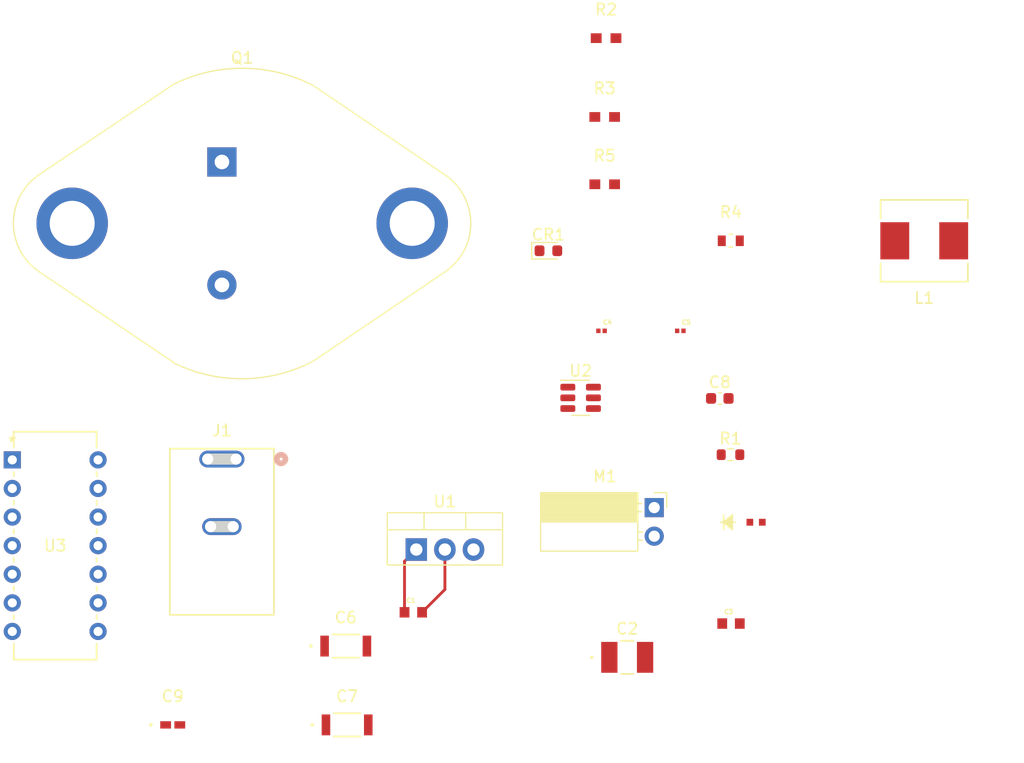
<source format=kicad_pcb>
(kicad_pcb (version 20221018) (generator pcbnew)
  (layers (0 "F.Cu" signal) (31 "B.Cu" signal) (34 "B.Paste" user) (35 "F.Paste" user) (36 "B.SilkS" user "B.Silkscreen") (37 "F.SilkS" user "F.Silkscreen") (38 "B.Mask" user) (39 "F.Mask" user) (44 "Edge.Cuts" user))
  (net 0 "")
  (net 1 "+24V")
  (net 2 "GND")
  (net 3 "+12V")
  (net 4 "Net-(U2-SW)")
  (net 5 "Net-(U2-BOOT)")
  (net 6 "/+V")
  (net 7 "Net-(C8-Pad2)")
  (net 8 "/comp")
  (net 9 "Net-(C9-Pad2)")
  (net 10 "Net-(LED1-Pad2)")
  (net 11 "/V_out")
  (net 12 "/I_Lim")
  (net 13 "Net-(U2-EN)")
  (net 14 "Net-(R4-Pad1)")
  (net 15 "Net-(R5-Pad2)")
  (net 17 "/I_sen")
  (net 18 "/NInverting")
  (footprint "Library:CAP_3216_TDK" (layer "F.Cu") (at 140.1204 126)
    (fp_text reference "C7" (at 0 -2.54 unlocked) (layer "F.SilkS"))
    (fp_text value "C3216X5R1V226M160AC")
    (fp_line (start -1.181751 1.0287) (end 1.181751 1.0287) (stroke (width 0.1524)) (layer "F.SilkS"))
    (fp_line (start 1.181751 -1.0287) (end -1.181751 -1.0287) (stroke (width 0.1524)) (layer "F.SilkS"))
    (fp_circle (center -3.0988 0) (end -3.0226 0) (stroke (width 0.1524)) (fill none) (layer "F.SilkS"))
    (pad "1" smd rect (at -1.8796 0) (size 0.762 1.8542) (layers "F.Cu" "F.Paste" "F.Mask") (net 2 "GND"))
    (pad "2" smd rect (at 1.8796 0) (size 0.762 1.8542) (layers "F.Cu" "F.Paste" "F.Mask") (net 6 "/+V"))
  )
  (footprint "Package_TO_SOT_THT:TO-3" (layer "F.Cu") (at 129 76)
    (fp_text reference "Q1" (at 1.8 -9.25) (layer "F.SilkS"))
    (fp_text value "2N3055")
    (fp_line (start -4.3 -6.9) (end -16.2 1.1) (stroke (width 0.12)) (layer "F.SilkS"))
    (fp_line (start -4.3 17.8) (end -16.3 9.7) (stroke (width 0.12)) (layer "F.SilkS"))
    (fp_line (start 8.1 -6.8) (end 19.9 1.2) (stroke (width 0.12)) (layer "F.SilkS"))
    (fp_line (start 8.1 17.7) (end 19.9 9.7) (stroke (width 0.12)) (layer "F.SilkS"))
    (fp_arc (start -16.3 9.7) (mid -18.519226 5.373614) (end -16.2 1.1) (stroke (width 0.12)) (layer "F.SilkS"))
    (fp_arc (start -4.3 -6.9) (mid 1.911888 -8.324079) (end 8.1 -6.8) (stroke (width 0.12)) (layer "F.SilkS"))
    (fp_arc (start 8.1 17.7) (mid 1.902495 19.252998) (end -4.325 17.825) (stroke (width 0.12)) (layer "F.SilkS"))
    (fp_arc (start 19.9 1.2) (mid 22.102159 5.45) (end 19.9 9.7) (stroke (width 0.12)) (layer "F.SilkS"))
    (pad "1" thru_hole rect (at 0 0) (size 2.6 2.6) (drill 1.3) (layers "*.Cu" "*.Mask") (net 11 "/V_out"))
    (pad "2" thru_hole circle (at 0 10.92) (size 2.6 2.6) (drill 1.3) (layers "*.Cu" "*.Mask") (net 12 "/I_Lim"))
    (pad "3" thru_hole circle (at -13.3 5.45) (size 6.35 6.35) (drill 4) (layers "*.Cu" "*.Mask") (net 6 "/+V"))
    (pad "3" thru_hole circle (at 16.9 5.45) (size 6.35 6.35) (drill 4) (layers "*.Cu" "*.Mask") (net 6 "/+V"))
  )
  (footprint "Package_TO_SOT_THT:TO-220-3_Vertical" (layer "F.Cu") (at 146.2662 110.4254)
    (fp_text reference "U1" (at 2.54 -4.27) (layer "F.SilkS"))
    (fp_text value "LM7812_TO220")
    (fp_line (start -2.58 -3.27) (end -2.58 1.371) (stroke (width 0.12)) (layer "F.SilkS"))
    (fp_line (start -2.58 -3.27) (end 7.66 -3.27) (stroke (width 0.12)) (layer "F.SilkS"))
    (fp_line (start -2.58 -1.76) (end 7.66 -1.76) (stroke (width 0.12)) (layer "F.SilkS"))
    (fp_line (start -2.58 1.371) (end 7.66 1.371) (stroke (width 0.12)) (layer "F.SilkS"))
    (fp_line (start 0.69 -3.27) (end 0.69 -1.76) (stroke (width 0.12)) (layer "F.SilkS"))
    (fp_line (start 4.391 -3.27) (end 4.391 -1.76) (stroke (width 0.12)) (layer "F.SilkS"))
    (fp_line (start 7.66 -3.27) (end 7.66 1.371) (stroke (width 0.12)) (layer "F.SilkS"))
    (pad "1" thru_hole rect (at 0 0) (size 1.905 2) (drill 1.1) (layers "*.Cu" "*.Mask") (net 1 "+24V"))
    (pad "2" thru_hole oval (at 2.54 0) (size 1.905 2) (drill 1.1) (layers "*.Cu" "*.Mask") (net 2 "GND"))
    (pad "3" thru_hole oval (at 5.08 0) (size 1.905 2) (drill 1.1) (layers "*.Cu" "*.Mask") (net 3 "+12V"))
  )
  (footprint "Library:CAP_CL10_SAM" (layer "F.Cu") (at 174.22 117)
    (fp_text reference "C3" (at -0.21 -1.05) (layer "F.SilkS") (effects (font (size 0.393701 0.393701))))
    (fp_text value "CL10A105KL8NNNC")
    (pad "1" smd rect (at -0.78 0) (size 0.87 0.93) (layers "F.Cu" "F.Paste" "F.Mask") (net 2 "GND"))
    (pad "2" smd rect (at 0.78 0) (size 0.87 0.93) (layers "F.Cu" "F.Paste" "F.Mask") (net 3 "+12V"))
  )
  (footprint "Library:CAP_CL10_SAM" (layer "F.Cu") (at 146 116)
    (fp_text reference "C1" (at -0.21 -1.05) (layer "F.SilkS") (effects (font (size 0.393701 0.393701))))
    (fp_text value "CL10A105KL8NNNC")
    (pad "1" smd rect (at -0.78 0) (size 0.87 0.93) (layers "F.Cu" "F.Paste" "F.Mask") (net 1 "+24V"))
    (pad "2" smd rect (at 0.78 0) (size 0.87 0.93) (layers "F.Cu" "F.Paste" "F.Mask") (net 2 "GND"))
  )
  (footprint "Library:CAP_GRM_P6XP3_MUR" (layer "F.Cu") (at 162.719 91)
    (fp_text reference "C4" (at 0.53 -0.76) (layer "F.SilkS") (effects (font (size 0.393701 0.393701))))
    (fp_text value "GRM033R6YA104KE14D")
    (pad "1" smd rect (at -0.281 0) (size 0.38 0.4) (layers "F.Cu" "F.Paste" "F.Mask") (net 2 "GND"))
    (pad "2" smd rect (at 0.281 0) (size 0.38 0.4) (layers "F.Cu" "F.Paste" "F.Mask") (net 1 "+24V"))
  )
  (footprint "Library:CAP_CL32A_SAM" (layer "F.Cu") (at 165 120)
    (fp_text reference "C2" (at 0 -2.54 unlocked) (layer "F.SilkS"))
    (fp_text value "CL32A106KLULNNE")
    (fp_line (start -0.546751 1.4732) (end 0.546751 1.4732) (stroke (width 0.1524)) (layer "F.SilkS"))
    (fp_line (start 0.546751 -1.4732) (end -0.546751 -1.4732) (stroke (width 0.1524)) (layer "F.SilkS"))
    (fp_circle (center -3.1496 0) (end -3.0734 0) (stroke (width 0.1524)) (fill none) (layer "F.SilkS"))
    (pad "1" smd rect (at -1.5875 0) (size 1.4478 2.7432) (layers "F.Cu" "F.Paste" "F.Mask") (net 2 "GND"))
    (pad "2" smd rect (at 1.5875 0) (size 1.4478 2.7432) (layers "F.Cu" "F.Paste" "F.Mask") (net 1 "+24V"))
  )
  (footprint "Library:DIP-14_STM" (layer "F.Cu") (at 110.38 102.46)
    (fp_text reference "U3" (at 3.81 7.62 unlocked) (layer "F.SilkS"))
    (fp_text value "LM723CN")
    (fp_text user "*" (at 0 -1.524 unlocked) (layer "F.SilkS"))
    (fp_text user "*" (at 0 -1.524) (layer "F.SilkS"))
    (fp_line (start 0.127 -2.5019) (end 0.127 -1.09474) (stroke (width 0.1524)) (layer "F.SilkS"))
    (fp_line (start 0.127 1.09474) (end 0.127 1.452652) (stroke (width 0.1524)) (layer "F.SilkS"))
    (fp_line (start 0.127 3.627348) (end 0.127 3.992652) (stroke (width 0.1524)) (layer "F.SilkS"))
    (fp_line (start 0.127 6.167348) (end 0.127 6.532652) (stroke (width 0.1524)) (layer "F.SilkS"))
    (fp_line (start 0.127 8.707348) (end 0.127 9.072652) (stroke (width 0.1524)) (layer "F.SilkS"))
    (fp_line (start 0.127 11.247348) (end 0.127 11.612652) (stroke (width 0.1524)) (layer "F.SilkS"))
    (fp_line (start 0.127 13.787348) (end 0.127 14.152652) (stroke (width 0.1524)) (layer "F.SilkS"))
    (fp_line (start 0.127 16.327348) (end 0.127 17.7419) (stroke (width 0.1524)) (layer "F.SilkS"))
    (fp_line (start 0.127 17.7419) (end 7.493 17.7419) (stroke (width 0.1524)) (layer "F.SilkS"))
    (fp_line (start 7.493 -2.5019) (end 0.127 -2.5019) (stroke (width 0.1524)) (layer "F.SilkS"))
    (fp_line (start 7.493 -1.087348) (end 7.493 -2.5019) (stroke (width 0.1524)) (layer "F.SilkS"))
    (fp_line (start 7.493 1.452652) (end 7.493 1.087348) (stroke (width 0.1524)) (layer "F.SilkS"))
    (fp_line (start 7.493 3.992652) (end 7.493 3.627348) (stroke (width 0.1524)) (layer "F.SilkS"))
    (fp_line (start 7.493 6.532652) (end 7.493 6.167348) (stroke (width 0.1524)) (layer "F.SilkS"))
    (fp_line (start 7.493 9.072652) (end 7.493 8.707348) (stroke (width 0.1524)) (layer "F.SilkS"))
    (fp_line (start 7.493 11.612652) (end 7.493 11.247348) (stroke (width 0.1524)) (layer "F.SilkS"))
    (fp_line (start 7.493 14.152652) (end 7.493 13.787348) (stroke (width 0.1524)) (layer "F.SilkS"))
    (fp_line (start 7.493 17.7419) (end 7.493 16.327348) (stroke (width 0.1524)) (layer "F.SilkS"))
    (pad "1" thru_hole rect (at 0 0) (size 1.524 1.524) (drill 0.8128) (layers "*.Cu" "*.Mask"))
    (pad "2" thru_hole circle (at 0 2.54) (size 1.524 1.524) (drill 0.8128) (layers "*.Cu" "*.Mask") (net 12 "/I_Lim"))
    (pad "3" thru_hole circle (at 0 5.08) (size 1.524 1.524) (drill 0.8128) (layers "*.Cu" "*.Mask") (net 17 "/I_sen"))
    (pad "4" thru_hole circle (at 0 7.62) (size 1.524 1.524) (drill 0.8128) (layers "*.Cu" "*.Mask") (net 2 "GND"))
    (pad "5" thru_hole circle (at 0 10.16) (size 1.524 1.524) (drill 0.8128) (layers "*.Cu" "*.Mask") (net 18 "/NInverting"))
    (pad "6" thru_hole circle (at 0 12.7) (size 1.524 1.524) (drill 0.8128) (layers "*.Cu" "*.Mask") (net 18 "/NInverting"))
    (pad "7" thru_hole circle (at 0 15.24) (size 1.524 1.524) (drill 0.8128) (layers "*.Cu" "*.Mask") (net 2 "GND"))
    (pad "8" thru_hole circle (at 7.62 15.24) (size 1.524 1.524) (drill 0.8128) (layers "*.Cu" "*.Mask"))
    (pad "9" thru_hole circle (at 7.62 12.7) (size 1.524 1.524) (drill 0.8128) (layers "*.Cu" "*.Mask") (net 8 "/comp"))
    (pad "10" thru_hole circle (at 7.62 10.16) (size 1.524 1.524) (drill 0.8128) (layers "*.Cu" "*.Mask") (net 6 "/+V"))
    (pad "11" thru_hole circle (at 7.62 7.62) (size 1.524 1.524) (drill 0.8128) (layers "*.Cu" "*.Mask") (net 6 "/+V"))
    (pad "12" thru_hole circle (at 7.62 5.08) (size 1.524 1.524) (drill 0.8128) (layers "*.Cu" "*.Mask") (net 11 "/V_out"))
    (pad "13" thru_hole circle (at 7.62 2.54) (size 1.524 1.524) (drill 0.8128) (layers "*.Cu" "*.Mask"))
    (pad "14" thru_hole circle (at 7.62 0) (size 1.524 1.524) (drill 0.8128) (layers "*.Cu" "*.Mask"))
  )
  (footprint "Library:IND_AMRU00060630100MA1_CHE" (layer "F.Cu") (at 191.3838 83)
    (fp_text reference "L1" (at 0 5.08 unlocked) (layer "F.SilkS"))
    (fp_text value "AMRU00060630100MA1")
    (fp_line (start -3.8735 -3.6322) (end -3.8735 -1.98374) (stroke (width 0.1524)) (layer "F.SilkS"))
    (fp_line (start -3.8735 1.98374) (end -3.8735 3.6322) (stroke (width 0.1524)) (layer "F.SilkS"))
    (fp_line (start -3.8735 3.6322) (end 3.8735 3.6322) (stroke (width 0.1524)) (layer "F.SilkS"))
    (fp_line (start 3.8735 -3.6322) (end -3.8735 -3.6322) (stroke (width 0.1524)) (layer "F.SilkS"))
    (fp_line (start 3.8735 -1.98374) (end 3.8735 -3.6322) (stroke (width 0.1524)) (layer "F.SilkS"))
    (fp_line (start 3.8735 3.6322) (end 3.8735 1.98374) (stroke (width 0.1524)) (layer "F.SilkS"))
    (pad "1" smd rect (at -2.6162 0 90) (size 3.302 2.5654) (layers "F.Cu" "F.Paste" "F.Mask") (net 6 "/+V"))
    (pad "2" smd rect (at 2.6162 0 90) (size 3.302 2.5654) (layers "F.Cu" "F.Paste" "F.Mask") (net 4 "Net-(U2-SW)"))
  )
  (footprint "Library:CAP_04025C101JAT2A" (layer "F.Cu") (at 124.6294 126)
    (fp_text reference "C9" (at 0 -2.54 unlocked) (layer "F.SilkS"))
    (fp_text value "04025C501KAT2A")
    (fp_circle (center -1.947 0) (end -1.8708 0) (stroke (width 0.1524)) (fill none) (layer "F.SilkS"))
    (pad "1" smd rect (at -0.6294 0) (size 0.9588 0.6508) (layers "F.Cu" "F.Paste" "F.Mask") (net 8 "/comp"))
    (pad "2" smd rect (at 0.6294 0) (size 0.9588 0.6508) (layers "F.Cu" "F.Paste" "F.Mask") (net 9 "Net-(C9-Pad2)"))
  )
  (footprint "Library:RC0603N_YAG" (layer "F.Cu") (at 163 72)
    (fp_text reference "R3" (at 0 -2.54 unlocked) (layer "F.SilkS"))
    (fp_text value "RC0603FR-07105KL")
    (pad "1" smd rect (at -0.8763 0) (size 0.9652 0.8636) (layers "F.Cu" "F.Paste" "F.Mask") (net 13 "Net-(U2-EN)"))
    (pad "2" smd rect (at 0.8763 0) (size 0.9652 0.8636) (layers "F.Cu" "F.Paste" "F.Mask") (net 2 "GND"))
  )
  (footprint "Library:RES_RC0603_YAG" (layer "F.Cu") (at 174.1999 83)
    (fp_text reference "R4" (at 0 -2.54 unlocked) (layer "F.SilkS"))
    (fp_text value "RC0603FR-1349R9L")
    (fp_line (start -0.127651 0.5715) (end 0.127651 0.5715) (stroke (width 0.1524)) (layer "F.SilkS"))
    (fp_line (start 0.127651 -0.5715) (end -0.127651 -0.5715) (stroke (width 0.1524)) (layer "F.SilkS"))
    (pad "1" smd rect (at -0.8001 0) (size 0.7112 0.9398) (layers "F.Cu" "F.Paste" "F.Mask") (net 14 "Net-(R4-Pad1)"))
    (pad "2" smd rect (at 0.8001 0) (size 0.7112 0.9398) (layers "F.Cu" "F.Paste" "F.Mask") (net 6 "/+V"))
  )
  (footprint "Connector_PinSocket_2.54mm:PinSocket_1x02_P2.54mm_Horizontal" (layer "F.Cu") (at 167.4 106.7)
    (fp_text reference "M1" (at -4.38 -2.77) (layer "F.SilkS"))
    (fp_text value "Fan (MF40101V1-1000U-A99)")
    (fp_line (start -10.09 -1.33) (end -10.09 3.87) (stroke (width 0.12)) (layer "F.SilkS"))
    (fp_line (start -10.09 -1.33) (end -1.46 -1.33) (stroke (width 0.12)) (layer "F.SilkS"))
    (fp_line (start -10.09 -1.21) (end -1.46 -1.21) (stroke (width 0.12)) (layer "F.SilkS"))
    (fp_line (start -10.09 -1.091905) (end -1.46 -1.091905) (stroke (width 0.12)) (layer "F.SilkS"))
    (fp_line (start -10.09 -0.97381) (end -1.46 -0.97381) (stroke (width 0.12)) (layer "F.SilkS"))
    (fp_line (start -10.09 -0.855715) (end -1.46 -0.855715) (stroke (width 0.12)) (layer "F.SilkS"))
    (fp_line (start -10.09 -0.73762) (end -1.46 -0.73762) (stroke (width 0.12)) (layer "F.SilkS"))
    (fp_line (start -10.09 -0.619525) (end -1.46 -0.619525) (stroke (width 0.12)) (layer "F.SilkS"))
    (fp_line (start -10.09 -0.50143) (end -1.46 -0.50143) (stroke (width 0.12)) (layer "F.SilkS"))
    (fp_line (start -10.09 -0.383335) (end -1.46 -0.383335) (stroke (width 0.12)) (layer "F.SilkS"))
    (fp_line (start -10.09 -0.26524) (end -1.46 -0.26524) (stroke (width 0.12)) (layer "F.SilkS"))
    (fp_line (start -10.09 -0.147145) (end -1.46 -0.147145) (stroke (width 0.12)) (layer "F.SilkS"))
    (fp_line (start -10.09 -0.02905) (end -1.46 -0.02905) (stroke (width 0.12)) (layer "F.SilkS"))
    (fp_line (start -10.09 0.089045) (end -1.46 0.089045) (stroke (width 0.12)) (layer "F.SilkS"))
    (fp_line (start -10.09 0.20714) (end -1.46 0.20714) (stroke (width 0.12)) (layer "F.SilkS"))
    (fp_line (start -10.09 0.325235) (end -1.46 0.325235) (stroke (width 0.12)) (layer "F.SilkS"))
    (fp_line (start -10.09 0.44333) (end -1.46 0.44333) (stroke (width 0.12)) (layer "F.SilkS"))
    (fp_line (start -10.09 0.561425) (end -1.46 0.561425) (stroke (width 0.12)) (layer "F.SilkS"))
    (fp_line (start -10.09 0.67952) (end -1.46 0.67952) (stroke (width 0.12)) (layer "F.SilkS"))
    (fp_line (start -10.09 0.797615) (end -1.46 0.797615) (stroke (width 0.12)) (layer "F.SilkS"))
    (fp_line (start -10.09 0.91571) (end -1.46 0.91571) (stroke (width 0.12)) (layer "F.SilkS"))
    (fp_line (start -10.09 1.033805) (end -1.46 1.033805) (stroke (width 0.12)) (layer "F.SilkS"))
    (fp_line (start -10.09 1.1519) (end -1.46 1.1519) (stroke (width 0.12)) (layer "F.SilkS"))
    (fp_line (start -10.09 1.27) (end -1.46 1.27) (stroke (width 0.12)) (layer "F.SilkS"))
    (fp_line (start -10.09 3.87) (end -1.46 3.87) (stroke (width 0.12)) (layer "F.SilkS"))
    (fp_line (start -1.46 -1.33) (end -1.46 3.87) (stroke (width 0.12)) (layer "F.SilkS"))
    (fp_line (start -1.46 -0.36) (end -1.11 -0.36) (stroke (width 0.12)) (layer "F.SilkS"))
    (fp_line (start -1.46 0.36) (end -1.11 0.36) (stroke (width 0.12)) (layer "F.SilkS"))
    (fp_line (start -1.46 2.18) (end -1.05 2.18) (stroke (width 0.12)) (layer "F.SilkS"))
    (fp_line (start -1.46 2.9) (end -1.05 2.9) (stroke (width 0.12)) (layer "F.SilkS"))
    (fp_line (start 0 -1.33) (end 1.11 -1.33) (stroke (width 0.12)) (layer "F.SilkS"))
    (fp_line (start 1.11 -1.33) (end 1.11 0) (stroke (width 0.12)) (layer "F.SilkS"))
    (pad "1" thru_hole rect (at 0 0) (size 1.7 1.7) (drill 1) (layers "*.Cu" "*.Mask") (net 3 "+12V"))
    (pad "2" thru_hole oval (at 0 2.54) (size 1.7 1.7) (drill 1) (layers "*.Cu" "*.Mask") (net 2 "GND"))
  )
  (footprint "Diode_SMD:D_0603_1608Metric" (layer "F.Cu") (at 158 83.8854)
    (fp_text reference "CR1" (at 0 -1.43) (layer "F.SilkS"))
    (fp_text value "SS34-E3/57T")
    (fp_line (start -1.485 -0.735) (end -1.485 0.735) (stroke (width 0.12)) (layer "F.SilkS"))
    (fp_line (start -1.485 0.735) (end 0.8 0.735) (stroke (width 0.12)) (layer "F.SilkS"))
    (fp_line (start 0.8 -0.735) (end -1.485 -0.735) (stroke (width 0.12)) (layer "F.SilkS"))
    (pad "1" smd roundrect (at -0.7875 0) (size 0.875 0.95) (layers "F.Cu" "F.Paste" "F.Mask") (net 3 "+12V"))
    (pad "2" smd roundrect (at 0.7875 0) (size 0.875 0.95) (layers "F.Cu" "F.Paste" "F.Mask") (net 2 "GND"))
  )
  (footprint "Library:CAP_3216_TDK" (layer "F.Cu") (at 140 119)
    (fp_text reference "C6" (at 0 -2.54 unlocked) (layer "F.SilkS"))
    (fp_text value "C3216X5R1V226M160AC")
    (fp_line (start -1.181751 1.0287) (end 1.181751 1.0287) (stroke (width 0.1524)) (layer "F.SilkS"))
    (fp_line (start 1.181751 -1.0287) (end -1.181751 -1.0287) (stroke (width 0.1524)) (layer "F.SilkS"))
    (fp_circle (center -3.0988 0) (end -3.0226 0) (stroke (width 0.1524)) (fill none) (layer "F.SilkS"))
    (pad "1" smd rect (at -1.8796 0) (size 0.762 1.8542) (layers "F.Cu" "F.Paste" "F.Mask") (net 2 "GND"))
    (pad "2" smd rect (at 1.8796 0) (size 0.762 1.8542) (layers "F.Cu" "F.Paste" "F.Mask") (net 6 "/+V"))
  )
  (footprint "Capacitor_SMD:C_0603_1608Metric" (layer "F.Cu") (at 173.225 97)
    (fp_text reference "C8" (at 0 -1.43) (layer "F.SilkS"))
    (fp_text value "GRM0335C1H750JA01D")
    (fp_line (start -0.14058 -0.51) (end 0.14058 -0.51) (stroke (width 0.12)) (layer "F.SilkS"))
    (fp_line (start -0.14058 0.51) (end 0.14058 0.51) (stroke (width 0.12)) (layer "F.SilkS"))
    (pad "1" smd roundrect (at -0.775 0) (size 0.9 0.95) (layers "F.Cu" "F.Paste" "F.Mask") (net 2 "GND"))
    (pad "2" smd roundrect (at 0.775 0) (size 0.9 0.95) (layers "F.Cu" "F.Paste" "F.Mask") (net 7 "Net-(C8-Pad2)"))
  )
  (footprint "Library:CONN1x2_PJ-037A_CUD" (layer "F.Cu") (at 128.9967 102.3904)
    (fp_text reference "J1" (at 0 -2.54 unlocked) (layer "F.SilkS"))
    (fp_text value "PJ-037A")
    (fp_circle (center 5.2578 0) (end 5.6388 0) (stroke (width 0.508)) (fill none) (layer "B.SilkS"))
    (fp_line (start -4.6228 -0.926998) (end -4.6228 13.830402) (stroke (width 0.1524)) (layer "F.SilkS"))
    (fp_line (start -4.6228 13.830402) (end 4.6228 13.830402) (stroke (width 0.1524)) (layer "F.SilkS"))
    (fp_line (start 4.6228 -0.926998) (end -4.6228 -0.926998) (stroke (width 0.1524)) (layer "F.SilkS"))
    (fp_line (start 4.6228 13.830402) (end 4.6228 -0.926998) (stroke (width 0.1524)) (layer "F.SilkS"))
    (fp_circle (center 5.2578 0) (end 5.6388 0) (stroke (width 0.508)) (fill none) (layer "F.SilkS"))
    (fp_line (start -1.2573 0) (end 1.2573 0) (stroke (width 0.9906)) (layer "Edge.Cuts"))
    (fp_line (start -1.0033 6.000001) (end 1.0033 6.000001) (stroke (width 0.9906)) (layer "Edge.Cuts"))
    (pad "" np_thru_hole circle (at -1.2573 0) (size 0.9906 0.9906) (drill 0.9906) (layers "*.Cu" "*.Mask"))
    (pad "" np_thru_hole circle (at -1.0033 6.000001) (size 0.9906 0.9906) (drill 0.9906) (layers "*.Cu" "*.Mask"))
    (pad "" np_thru_hole circle (at 1.0033 6.000001) (size 0.9906 0.9906) (drill 0.9906) (layers "*.Cu" "*.Mask"))
    (pad "" np_thru_hole circle (at 1.2573 0) (size 0.9906 0.9906) (drill 0.9906) (layers "*.Cu" "*.Mask"))
    (pad "1" thru_hole oval (at 0 0) (size 4.0132 1.4986) (drill 0.0254) (layers "*.Cu" "*.Mask") (net 2 "GND"))
    (pad "2" thru_hole oval (at 0 6.000001) (size 3.5052 1.4986) (drill 0.0254) (layers "*.Cu" "*.Mask") (net 1 "+24V"))
  )
  (footprint "Library:RC0603N_YAG" (layer "F.Cu") (at 163.1237 65)
    (fp_text reference "R2" (at 0 -2.54 unlocked) (layer "F.SilkS"))
    (fp_text value "RC0603FR-07511KL")
    (pad "1" smd rect (at -0.8763 0) (size 0.9652 0.8636) (layers "F.Cu" "F.Paste" "F.Mask") (net 1 "+24V"))
    (pad "2" smd rect (at 0.8763 0) (size 0.9652 0.8636) (layers "F.Cu" "F.Paste" "F.Mask") (net 13 "Net-(U2-EN)"))
  )
  (footprint "Library:LED_5988A10107F_DIA" (layer "F.Cu") (at 176.44755 108)
    (fp_text reference "LED1" hide)
    (fp_text value "5988A10107F")
    (fp_line (start -2.8829 -0.635) (end -2.8829 0.635) (stroke (width 0.1524)) (layer "F.SilkS"))
    (fp_line (start -2.8829 0) (end -2.1209 -0.635) (stroke (width 0.1524)) (layer "F.SilkS"))
    (fp_line (start -2.8829 0) (end -2.1209 -0.508) (stroke (width 0.1524)) (layer "F.SilkS"))
    (fp_line (start -2.8829 0) (end -2.1209 -0.381) (stroke (width 0.1524)) (layer "F.SilkS"))
    (fp_line (start -2.8829 0) (end -2.1209 -0.254) (stroke (width 0.1524)) (layer "F.SilkS"))
    (fp_line (start -2.8829 0) (end -2.1209 -0.127) (stroke (width 0.1524)) (layer "F.SilkS"))
    (fp_line (start -2.8829 0) (end -2.1209 0.127) (stroke (width 0.1524)) (layer "F.SilkS"))
    (fp_line (start -2.8829 0) (end -2.1209 0.254) (stroke (width 0.1524)) (layer "F.SilkS"))
    (fp_line (start -2.8829 0) (end -2.1209 0.381) (stroke (width 0.1524)) (layer "F.SilkS"))
    (fp_line (start -2.8829 0) (end -2.1209 0.508) (stroke (width 0.1524)) (layer "F.SilkS"))
    (fp_line (start -2.8829 0) (end -2.1209 0.635) (stroke (width 0.1524)) (layer "F.SilkS"))
    (fp_line (start -2.1209 -0.635) (end -2.1209 0.635) (stroke (width 0.1524)) (layer "F.SilkS"))
    (fp_line (start -1.8669 0) (end -3.1369 0) (stroke (width 0.1524)) (layer "F.SilkS"))
    (pad "1" smd rect (at -0.55245 0) (size 0.5969 0.6096) (layers "F.Cu" "F.Paste" "F.Mask") (net 2 "GND"))
    (pad "2" smd rect (at 0.55245 0) (size 0.5969 0.6096) (layers "F.Cu" "F.Paste" "F.Mask") (net 10 "Net-(LED1-Pad2)"))
  )
  (footprint "Package_TO_SOT_SMD:SOT-23-6" (layer "F.Cu") (at 160.8625 96.95)
    (fp_text reference "U2" (at 0 -2.4) (layer "F.SilkS"))
    (fp_text value "TPS54302")
    (fp_line (start 0 -1.56) (end -1.8 -1.56) (stroke (width 0.12)) (layer "F.SilkS"))
    (fp_line (start 0 -1.56) (end 0.8 -1.56) (stroke (width 0.12)) (layer "F.SilkS"))
    (fp_line (start 0 1.56) (end -0.8 1.56) (stroke (width 0.12)) (layer "F.SilkS"))
    (fp_line (start 0 1.56) (end 0.8 1.56) (stroke (width 0.12)) (layer "F.SilkS"))
    (pad "1" smd roundrect (at -1.1375 -0.95) (size 1.325 0.6) (layers "F.Cu" "F.Paste" "F.Mask") (net 2 "GND"))
    (pad "2" smd roundrect (at -1.1375 0) (size 1.325 0.6) (layers "F.Cu" "F.Paste" "F.Mask") (net 4 "Net-(U2-SW)"))
    (pad "3" smd roundrect (at -1.1375 0.95) (size 1.325 0.6) (layers "F.Cu" "F.Paste" "F.Mask") (net 1 "+24V"))
    (pad "4" smd roundrect (at 1.1375 0.95) (size 1.325 0.6) (layers "F.Cu" "F.Paste" "F.Mask") (net 2 "GND"))
    (pad "5" smd roundrect (at 1.1375 0) (size 1.325 0.6) (layers "F.Cu" "F.Paste" "F.Mask") (net 13 "Net-(U2-EN)"))
    (pad "6" smd roundrect (at 1.1375 -0.95) (size 1.325 0.6) (layers "F.Cu" "F.Paste" "F.Mask") (net 5 "Net-(U2-BOOT)"))
  )
  (footprint "Library:RC0603N_YAG" (layer "F.Cu") (at 163 77.9804)
    (fp_text reference "R5" (at 0 -2.54 unlocked) (layer "F.SilkS"))
    (fp_text value "RC0603FR-0710RL")
    (pad "1" smd rect (at -0.8763 0) (size 0.9652 0.8636) (layers "F.Cu" "F.Paste" "F.Mask") (net 12 "/I_Lim"))
    (pad "2" smd rect (at 0.8763 0) (size 0.9652 0.8636) (layers "F.Cu" "F.Paste" "F.Mask") (net 15 "Net-(R5-Pad2)"))
  )
  (footprint "Library:CAP_GRM_P6XP3_MUR" (layer "F.Cu") (at 169.719 91)
    (fp_text reference "C5" (at 0.53 -0.76) (layer "F.SilkS") (effects (font (size 0.393701 0.393701))))
    (fp_text value "GRM033R6YA104KE14D")
    (pad "1" smd rect (at -0.281 0) (size 0.38 0.4) (layers "F.Cu" "F.Paste" "F.Mask") (net 4 "Net-(U2-SW)"))
    (pad "2" smd rect (at 0.281 0) (size 0.38 0.4) (layers "F.Cu" "F.Paste" "F.Mask") (net 5 "Net-(U2-BOOT)"))
  )
  (footprint "Resistor_SMD:R_0603_1608Metric" (layer "F.Cu") (at 174.175 102)
    (fp_text reference "R1" (at 0 -1.43) (layer "F.SilkS"))
    (fp_text value "RN73R2ATTD2081A10")
    (fp_line (start -0.237258 -0.5225) (end 0.237258 -0.5225) (stroke (width 0.12)) (layer "F.SilkS"))
    (fp_line (start -0.237258 0.5225) (end 0.237258 0.5225) (stroke (width 0.12)) (layer "F.SilkS"))
    (pad "1" smd roundrect (at -0.825 0) (size 0.8 0.95) (layers "F.Cu" "F.Paste" "F.Mask") (net 10 "Net-(LED1-Pad2)"))
    (pad "2" smd roundrect (at 0.825 0) (size 0.8 0.95) (layers "F.Cu" "F.Paste" "F.Mask") (net 3 "+12V"))
  )
  (segment (start 145.22 116) (end 145.22 111.4716) (width 0.25) (layer "F.Cu") (net 1))
  (segment (start 145.22 111.4716) (end 146.2662 110.4254) (width 0.25) (layer "F.Cu") (net 1))
  (segment (start 146.78 116) (end 148.8062 113.9738) (width 0.25) (layer "F.Cu") (net 2))
  (segment (start 148.8062 113.9738) (end 148.8062 110.4254) (width 0.25) (layer "F.Cu") (net 2))
)
</source>
